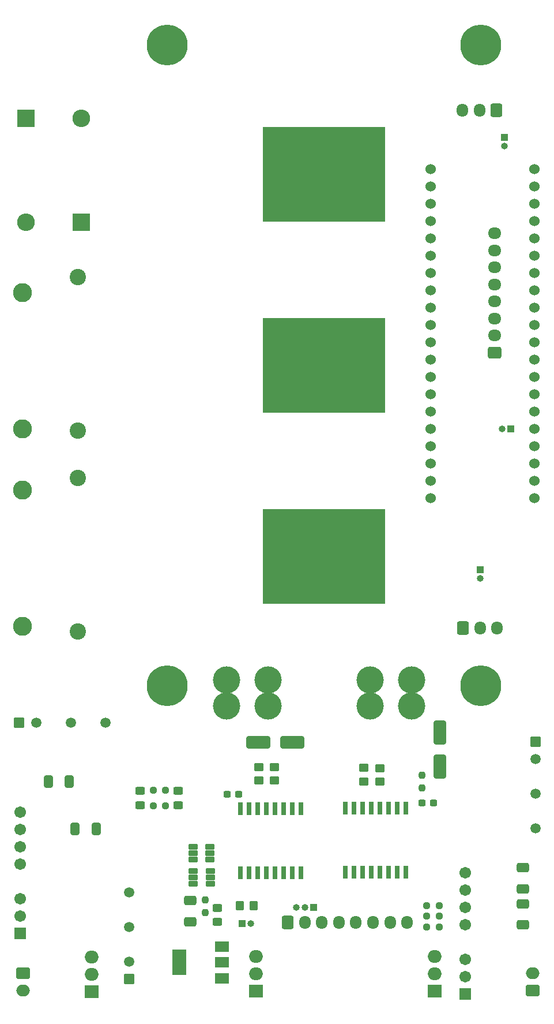
<source format=gbr>
%TF.GenerationSoftware,KiCad,Pcbnew,7.0.9*%
%TF.CreationDate,2024-01-28T15:24:27+05:30*%
%TF.ProjectId,Inverter,496e7665-7274-4657-922e-6b696361645f,rev?*%
%TF.SameCoordinates,Original*%
%TF.FileFunction,Soldermask,Top*%
%TF.FilePolarity,Negative*%
%FSLAX46Y46*%
G04 Gerber Fmt 4.6, Leading zero omitted, Abs format (unit mm)*
G04 Created by KiCad (PCBNEW 7.0.9) date 2024-01-28 15:24:27*
%MOMM*%
%LPD*%
G01*
G04 APERTURE LIST*
G04 Aperture macros list*
%AMRoundRect*
0 Rectangle with rounded corners*
0 $1 Rounding radius*
0 $2 $3 $4 $5 $6 $7 $8 $9 X,Y pos of 4 corners*
0 Add a 4 corners polygon primitive as box body*
4,1,4,$2,$3,$4,$5,$6,$7,$8,$9,$2,$3,0*
0 Add four circle primitives for the rounded corners*
1,1,$1+$1,$2,$3*
1,1,$1+$1,$4,$5*
1,1,$1+$1,$6,$7*
1,1,$1+$1,$8,$9*
0 Add four rect primitives between the rounded corners*
20,1,$1+$1,$2,$3,$4,$5,0*
20,1,$1+$1,$4,$5,$6,$7,0*
20,1,$1+$1,$6,$7,$8,$9,0*
20,1,$1+$1,$8,$9,$2,$3,0*%
G04 Aperture macros list end*
%ADD10R,0.650000X1.850000*%
%ADD11R,1.000000X1.000000*%
%ADD12O,1.000000X1.000000*%
%ADD13RoundRect,0.250000X1.500000X0.650000X-1.500000X0.650000X-1.500000X-0.650000X1.500000X-0.650000X0*%
%ADD14RoundRect,0.250000X0.450000X-0.350000X0.450000X0.350000X-0.450000X0.350000X-0.450000X-0.350000X0*%
%ADD15RoundRect,0.250000X-0.412500X-0.650000X0.412500X-0.650000X0.412500X0.650000X-0.412500X0.650000X0*%
%ADD16R,2.600000X2.600000*%
%ADD17O,2.600000X2.600000*%
%ADD18R,2.000000X1.905000*%
%ADD19O,2.000000X1.905000*%
%ADD20RoundRect,0.102000X0.754000X-0.754000X0.754000X0.754000X-0.754000X0.754000X-0.754000X-0.754000X0*%
%ADD21C,1.712000*%
%ADD22RoundRect,0.250000X-0.600000X-0.725000X0.600000X-0.725000X0.600000X0.725000X-0.600000X0.725000X0*%
%ADD23O,1.700000X1.950000*%
%ADD24C,2.400000*%
%ADD25C,2.800000*%
%ADD26C,1.512000*%
%ADD27RoundRect,0.102000X-0.654000X-0.654000X0.654000X-0.654000X0.654000X0.654000X-0.654000X0.654000X0*%
%ADD28RoundRect,0.190500X-0.516500X-0.206500X0.516500X-0.206500X0.516500X0.206500X-0.516500X0.206500X0*%
%ADD29RoundRect,0.250000X-0.650000X1.500000X-0.650000X-1.500000X0.650000X-1.500000X0.650000X1.500000X0*%
%ADD30RoundRect,0.237500X0.250000X0.237500X-0.250000X0.237500X-0.250000X-0.237500X0.250000X-0.237500X0*%
%ADD31RoundRect,0.250000X0.750000X-0.600000X0.750000X0.600000X-0.750000X0.600000X-0.750000X-0.600000X0*%
%ADD32O,2.000000X1.700000*%
%ADD33RoundRect,0.237500X-0.250000X-0.237500X0.250000X-0.237500X0.250000X0.237500X-0.250000X0.237500X0*%
%ADD34RoundRect,0.250000X0.450000X-0.325000X0.450000X0.325000X-0.450000X0.325000X-0.450000X-0.325000X0*%
%ADD35RoundRect,0.237500X0.237500X-0.250000X0.237500X0.250000X-0.237500X0.250000X-0.237500X-0.250000X0*%
%ADD36RoundRect,0.237500X0.300000X0.237500X-0.300000X0.237500X-0.300000X-0.237500X0.300000X-0.237500X0*%
%ADD37RoundRect,0.250000X-0.350000X-0.450000X0.350000X-0.450000X0.350000X0.450000X-0.350000X0.450000X0*%
%ADD38R,2.000000X1.500000*%
%ADD39R,2.000000X3.800000*%
%ADD40RoundRect,0.102000X0.654000X-0.654000X0.654000X0.654000X-0.654000X0.654000X-0.654000X-0.654000X0*%
%ADD41RoundRect,0.237500X-0.300000X-0.237500X0.300000X-0.237500X0.300000X0.237500X-0.300000X0.237500X0*%
%ADD42RoundRect,0.102000X-0.654000X0.654000X-0.654000X-0.654000X0.654000X-0.654000X0.654000X0.654000X0*%
%ADD43RoundRect,0.250000X-0.450000X0.325000X-0.450000X-0.325000X0.450000X-0.325000X0.450000X0.325000X0*%
%ADD44RoundRect,0.237500X-0.237500X0.250000X-0.237500X-0.250000X0.237500X-0.250000X0.237500X0.250000X0*%
%ADD45RoundRect,0.250000X0.412500X0.650000X-0.412500X0.650000X-0.412500X-0.650000X0.412500X-0.650000X0*%
%ADD46RoundRect,0.250000X0.600000X0.725000X-0.600000X0.725000X-0.600000X-0.725000X0.600000X-0.725000X0*%
%ADD47RoundRect,0.250000X-0.750000X0.600000X-0.750000X-0.600000X0.750000X-0.600000X0.750000X0.600000X0*%
%ADD48RoundRect,0.250000X0.650000X-0.412500X0.650000X0.412500X-0.650000X0.412500X-0.650000X-0.412500X0*%
%ADD49C,1.524000*%
%ADD50RoundRect,0.250000X-0.650000X0.412500X-0.650000X-0.412500X0.650000X-0.412500X0.650000X0.412500X0*%
%ADD51RoundRect,0.250000X0.725000X-0.600000X0.725000X0.600000X-0.725000X0.600000X-0.725000X-0.600000X0*%
%ADD52O,1.950000X1.700000*%
%ADD53C,6.000000*%
%ADD54R,18.000000X14.000000*%
%ADD55C,4.000000*%
G04 APERTURE END LIST*
D10*
%TO.C,IC5*%
X73050400Y-134210800D03*
X71780400Y-134210800D03*
X70510400Y-134210800D03*
X69240400Y-134210800D03*
X67970400Y-134210800D03*
X66700400Y-134210800D03*
X65430400Y-134210800D03*
X64160400Y-134210800D03*
X64160400Y-143560800D03*
X65430400Y-143560800D03*
X66700400Y-143560800D03*
X67970400Y-143560800D03*
X69240400Y-143560800D03*
X70510400Y-143560800D03*
X71780400Y-143560800D03*
X73050400Y-143560800D03*
%TD*%
%TO.C,IC1*%
X57632600Y-134312400D03*
X56362600Y-134312400D03*
X55092600Y-134312400D03*
X53822600Y-134312400D03*
X52552600Y-134312400D03*
X51282600Y-134312400D03*
X50012600Y-134312400D03*
X48742600Y-134312400D03*
X48742600Y-143662400D03*
X50012600Y-143662400D03*
X51282600Y-143662400D03*
X52552600Y-143662400D03*
X53822600Y-143662400D03*
X55092600Y-143662400D03*
X56362600Y-143662400D03*
X57632600Y-143662400D03*
%TD*%
D11*
%TO.C,J11*%
X87500000Y-35850000D03*
D12*
X87500000Y-37120000D03*
%TD*%
D11*
%TO.C,J10*%
X83950000Y-99250000D03*
D12*
X83950000Y-100520000D03*
%TD*%
D13*
%TO.C,D3*%
X56348000Y-124587000D03*
X51348000Y-124587000D03*
%TD*%
D14*
%TO.C,R12*%
X69258400Y-130320800D03*
X69258400Y-128320800D03*
%TD*%
D15*
%TO.C,C12*%
X24472500Y-137287000D03*
X27597500Y-137287000D03*
%TD*%
D16*
%TO.C,D8*%
X25400000Y-48260000D03*
D17*
X25400000Y-33020000D03*
%TD*%
D18*
%TO.C,U3*%
X50977800Y-161061400D03*
D19*
X50977800Y-158521400D03*
X50977800Y-155981400D03*
%TD*%
D20*
%TO.C,PS1*%
X16365000Y-152595500D03*
D21*
X16365000Y-150055500D03*
X16365000Y-147515500D03*
X16365000Y-142435500D03*
X16365000Y-139895500D03*
X16365000Y-137355500D03*
X16365000Y-134815500D03*
%TD*%
D22*
%TO.C,J2*%
X55706000Y-150977600D03*
D23*
X58206000Y-150977600D03*
X60706000Y-150977600D03*
X63206000Y-150977600D03*
X65706000Y-150977600D03*
X68206000Y-150977600D03*
X70706000Y-150977600D03*
X73206000Y-150977600D03*
%TD*%
D24*
%TO.C,C25*%
X24892000Y-56314000D03*
X24892000Y-78814000D03*
%TD*%
D25*
%TO.C,R5*%
X16764000Y-58580000D03*
X16764000Y-78580000D03*
%TD*%
D26*
%TO.C,IC3*%
X18796000Y-121666000D03*
X23876000Y-121666000D03*
D27*
X16256000Y-121666000D03*
D26*
X28956000Y-121666000D03*
%TD*%
D28*
%TO.C,Q2*%
X41823400Y-143398200D03*
X41823400Y-144348200D03*
X41823400Y-145298200D03*
X44333400Y-145298200D03*
X44333400Y-144348200D03*
X44333400Y-143398200D03*
%TD*%
D29*
%TO.C,D6*%
X78054200Y-123128400D03*
X78054200Y-128128400D03*
%TD*%
D30*
%TO.C,R24*%
X37742500Y-131572000D03*
X35917500Y-131572000D03*
%TD*%
D31*
%TO.C,J3*%
X91622200Y-160914400D03*
D32*
X91622200Y-158414400D03*
%TD*%
D33*
%TO.C,R18*%
X76102200Y-151638000D03*
X77927200Y-151638000D03*
%TD*%
D34*
%TO.C,D19*%
X45339000Y-150910400D03*
X45339000Y-148860400D03*
%TD*%
D14*
%TO.C,R1*%
X51435000Y-130159000D03*
X51435000Y-128159000D03*
%TD*%
D35*
%TO.C,R4*%
X75412600Y-131214500D03*
X75412600Y-129389500D03*
%TD*%
D18*
%TO.C,U2*%
X77266800Y-161074500D03*
D19*
X77266800Y-158534500D03*
X77266800Y-155994500D03*
%TD*%
D33*
%TO.C,R20*%
X76076800Y-148513800D03*
X77901800Y-148513800D03*
%TD*%
D36*
%TO.C,C20*%
X48487500Y-132207000D03*
X46762500Y-132207000D03*
%TD*%
D33*
%TO.C,R23*%
X35930880Y-133858000D03*
X37755880Y-133858000D03*
%TD*%
D11*
%TO.C,J8*%
X88420000Y-78550000D03*
D12*
X87150000Y-78550000D03*
%TD*%
D25*
%TO.C,R6*%
X16764000Y-87536000D03*
X16764000Y-107536000D03*
%TD*%
D37*
%TO.C,R28*%
X48650000Y-148500000D03*
X50650000Y-148500000D03*
%TD*%
D11*
%TO.C,J9*%
X49000000Y-151150000D03*
D12*
X50270000Y-151150000D03*
%TD*%
D38*
%TO.C,U4*%
X46050600Y-159145000D03*
X46050600Y-156845000D03*
D39*
X39750600Y-156845000D03*
D38*
X46050600Y-154545000D03*
%TD*%
D26*
%TO.C,IC2*%
X32411800Y-156688200D03*
X32411800Y-151608200D03*
D40*
X32411800Y-159228200D03*
D26*
X32411800Y-146528200D03*
%TD*%
D18*
%TO.C,U1*%
X26873200Y-161112200D03*
D19*
X26873200Y-158572200D03*
X26873200Y-156032200D03*
%TD*%
D33*
%TO.C,R19*%
X76078700Y-150063200D03*
X77903700Y-150063200D03*
%TD*%
D22*
%TO.C,J6*%
X81450000Y-107800000D03*
D23*
X83950000Y-107800000D03*
X86450000Y-107800000D03*
%TD*%
D41*
%TO.C,C23*%
X75362900Y-133477000D03*
X77087900Y-133477000D03*
%TD*%
D26*
%TO.C,IC4*%
X92075000Y-127000000D03*
X92075000Y-132080000D03*
D42*
X92075000Y-124460000D03*
D26*
X92075000Y-137160000D03*
%TD*%
D24*
%TO.C,C24*%
X24892000Y-108278000D03*
X24892000Y-85778000D03*
%TD*%
D43*
%TO.C,D14*%
X34036000Y-131690000D03*
X34036000Y-133740000D03*
%TD*%
D14*
%TO.C,R3*%
X66878200Y-130286000D03*
X66878200Y-128286000D03*
%TD*%
D44*
%TO.C,R27*%
X43535600Y-147677500D03*
X43535600Y-149502500D03*
%TD*%
D28*
%TO.C,Q1*%
X41772600Y-139842200D03*
X41772600Y-140792200D03*
X41772600Y-141742200D03*
X44282600Y-141742200D03*
X44282600Y-140792200D03*
X44282600Y-139842200D03*
%TD*%
D45*
%TO.C,C9*%
X23622000Y-130302000D03*
X20497000Y-130302000D03*
%TD*%
D20*
%TO.C,PS2*%
X81744600Y-161434700D03*
D21*
X81744600Y-158894700D03*
X81744600Y-156354700D03*
X81744600Y-151274700D03*
X81744600Y-148734700D03*
X81744600Y-146194700D03*
X81744600Y-143654700D03*
%TD*%
D34*
%TO.C,D15*%
X39624000Y-133740000D03*
X39624000Y-131690000D03*
%TD*%
D46*
%TO.C,J7*%
X86350000Y-31800000D03*
D23*
X83850000Y-31800000D03*
X81350000Y-31800000D03*
%TD*%
D47*
%TO.C,J1*%
X16835800Y-158414400D03*
D32*
X16835800Y-160914400D03*
%TD*%
D48*
%TO.C,C10*%
X90195400Y-151346300D03*
X90195400Y-148221300D03*
%TD*%
D49*
%TO.C,U9*%
X76680000Y-88730000D03*
X91920000Y-45550000D03*
X76680000Y-83650000D03*
X76680000Y-86190000D03*
X91920000Y-40470000D03*
X91920000Y-43010000D03*
X91920000Y-48090000D03*
X91920000Y-78570000D03*
X91920000Y-76030000D03*
X91920000Y-73490000D03*
X91920000Y-70950000D03*
X91920000Y-68410000D03*
X91920000Y-65870000D03*
X91920000Y-63330000D03*
X91920000Y-60790000D03*
X76680000Y-50630000D03*
X76680000Y-53170000D03*
X76680000Y-55710000D03*
X76680000Y-58250000D03*
X76680000Y-60790000D03*
X76680000Y-63330000D03*
X91920000Y-58250000D03*
X91920000Y-55710000D03*
X76680000Y-65870000D03*
X76680000Y-68410000D03*
X76680000Y-70950000D03*
X76680000Y-73490000D03*
X76680000Y-76030000D03*
X76680000Y-78570000D03*
X76680000Y-81110000D03*
X91920000Y-53170000D03*
X91920000Y-50630000D03*
X76680000Y-40470000D03*
X76680000Y-43010000D03*
X76680000Y-45550000D03*
X76680000Y-48090000D03*
X91920000Y-86190000D03*
X91920000Y-83650000D03*
X91920000Y-81110000D03*
X91920000Y-88730000D03*
%TD*%
D48*
%TO.C,C13*%
X90220800Y-146037700D03*
X90220800Y-142912700D03*
%TD*%
D50*
%TO.C,C15*%
X41351200Y-147738700D03*
X41351200Y-150863700D03*
%TD*%
D14*
%TO.C,R11*%
X53721000Y-130159000D03*
X53721000Y-128159000D03*
%TD*%
D16*
%TO.C,D7*%
X17272000Y-33020000D03*
D17*
X17272000Y-48260000D03*
%TD*%
D51*
%TO.C,J5*%
X86100000Y-67400000D03*
D52*
X86100000Y-64900000D03*
X86100000Y-62400000D03*
X86100000Y-59900000D03*
X86100000Y-57400000D03*
X86100000Y-54900000D03*
X86100000Y-52400000D03*
X86100000Y-49900000D03*
%TD*%
D53*
%TO.C,U7*%
X84010800Y-116249800D03*
X84010800Y-22249800D03*
X38010800Y-116249800D03*
X38010800Y-22249800D03*
D54*
X61010800Y-41249800D03*
X61010800Y-69249800D03*
X61010800Y-97249800D03*
D55*
X73837800Y-119212800D03*
X73837800Y-115402800D03*
X67741800Y-119212800D03*
X67741800Y-115402800D03*
X46659800Y-119212800D03*
X46659800Y-115402800D03*
X52755800Y-119212800D03*
X52755800Y-115402800D03*
%TD*%
D11*
%TO.C,J4*%
X59461400Y-148742400D03*
D12*
X58191400Y-148742400D03*
X56921400Y-148742400D03*
%TD*%
M02*

</source>
